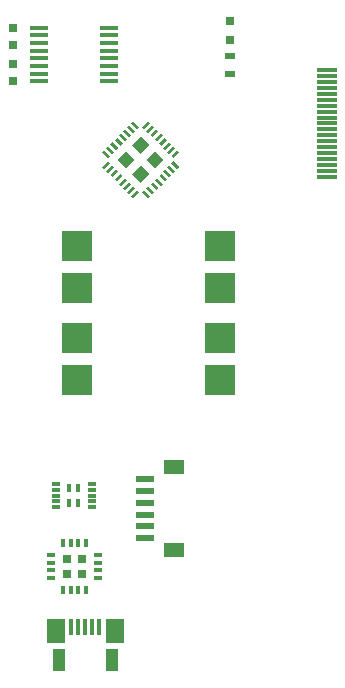
<source format=gtp>
G04 #@! TF.FileFunction,Paste,Top*
%FSLAX46Y46*%
G04 Gerber Fmt 4.6, Leading zero omitted, Abs format (unit mm)*
G04 Created by KiCad (PCBNEW 4.0.5+dfsg1-4) date Sat Dec 30 21:31:49 2017*
%MOMM*%
%LPD*%
G01*
G04 APERTURE LIST*
%ADD10C,0.100000*%
%ADD11R,0.750000X0.800000*%
%ADD12R,0.800000X0.800000*%
%ADD13R,1.000000X1.900000*%
%ADD14R,1.500000X2.100000*%
%ADD15R,0.450000X1.380000*%
%ADD16R,1.800000X0.300000*%
%ADD17R,0.900000X0.500000*%
%ADD18R,0.650000X0.300000*%
%ADD19R,0.465000X0.744000*%
%ADD20R,0.800000X0.350000*%
%ADD21R,0.350000X0.800000*%
%ADD22R,0.750000X0.750000*%
%ADD23R,2.540000X2.540000*%
%ADD24R,1.550000X0.600000*%
%ADD25R,1.800000X1.200000*%
%ADD26R,1.500000X0.450000*%
G04 APERTURE END LIST*
D10*
D11*
X134874000Y-68211000D03*
X134874000Y-69711000D03*
X134874000Y-71259000D03*
X134874000Y-72759000D03*
D12*
X153289000Y-69253000D03*
X153289000Y-67653000D03*
D13*
X143256000Y-121793000D03*
X138756000Y-121793000D03*
D14*
X143506000Y-119293000D03*
X138506000Y-119293000D03*
D15*
X141006000Y-118943000D03*
X141606000Y-118943000D03*
X142206000Y-118943000D03*
X140406000Y-118943000D03*
X139806000Y-118943000D03*
D16*
X161464000Y-71831000D03*
X161464000Y-72331000D03*
X161464000Y-72831000D03*
X161464000Y-73331000D03*
X161464000Y-74331000D03*
X161464000Y-75331000D03*
X161464000Y-73831000D03*
X161464000Y-74831000D03*
X161464000Y-76831000D03*
X161464000Y-79331000D03*
X161464000Y-77831000D03*
X161464000Y-78331000D03*
X161464000Y-76331000D03*
X161464000Y-77331000D03*
X161464000Y-75831000D03*
X161464000Y-78831000D03*
X161464000Y-79831000D03*
X161464000Y-80331000D03*
X161464000Y-80831000D03*
D17*
X153289000Y-70612000D03*
X153289000Y-72112000D03*
D18*
X138505000Y-106839000D03*
X138505000Y-107339000D03*
X138505000Y-107839000D03*
X138505000Y-108339000D03*
X138505000Y-108839000D03*
X141605000Y-108839000D03*
X141605000Y-108339000D03*
X141605000Y-107839000D03*
X141605000Y-107339000D03*
X141605000Y-106839000D03*
D19*
X140442500Y-108459000D03*
X140442500Y-107219000D03*
X139667500Y-108459000D03*
X139667500Y-107219000D03*
D20*
X138113000Y-112858000D03*
X138113000Y-113508000D03*
X138113000Y-114158000D03*
X138113000Y-114808000D03*
D21*
X139138000Y-115833000D03*
X139788000Y-115833000D03*
X140438000Y-115833000D03*
X141088000Y-115833000D03*
D20*
X142113000Y-114808000D03*
X142113000Y-114158000D03*
X142113000Y-113508000D03*
X142113000Y-112858000D03*
D21*
X141088000Y-111833000D03*
X140438000Y-111833000D03*
X139788000Y-111833000D03*
X139138000Y-111833000D03*
D22*
X140738000Y-114458000D03*
X140738000Y-113208000D03*
X139488000Y-114458000D03*
X139488000Y-113208000D03*
D10*
G36*
X142623789Y-80183988D02*
X142447012Y-80007211D01*
X142941987Y-79512236D01*
X143118764Y-79689013D01*
X142623789Y-80183988D01*
X142623789Y-80183988D01*
G37*
G36*
X142977342Y-80537542D02*
X142800565Y-80360765D01*
X143295540Y-79865790D01*
X143472317Y-80042567D01*
X142977342Y-80537542D01*
X142977342Y-80537542D01*
G37*
G36*
X143330896Y-80891095D02*
X143154119Y-80714318D01*
X143649094Y-80219343D01*
X143825871Y-80396120D01*
X143330896Y-80891095D01*
X143330896Y-80891095D01*
G37*
G36*
X143684449Y-81244649D02*
X143507672Y-81067872D01*
X144002647Y-80572897D01*
X144179424Y-80749674D01*
X143684449Y-81244649D01*
X143684449Y-81244649D01*
G37*
G36*
X144038002Y-81598202D02*
X143861225Y-81421425D01*
X144356200Y-80926450D01*
X144532977Y-81103227D01*
X144038002Y-81598202D01*
X144038002Y-81598202D01*
G37*
G36*
X144391556Y-81951755D02*
X144214779Y-81774978D01*
X144709754Y-81280003D01*
X144886531Y-81456780D01*
X144391556Y-81951755D01*
X144391556Y-81951755D01*
G37*
G36*
X144745109Y-82305309D02*
X144568332Y-82128532D01*
X145063307Y-81633557D01*
X145240084Y-81810334D01*
X144745109Y-82305309D01*
X144745109Y-82305309D01*
G37*
G36*
X145098663Y-82658862D02*
X144921886Y-82482085D01*
X145416861Y-81987110D01*
X145593638Y-82163887D01*
X145098663Y-82658862D01*
X145098663Y-82658862D01*
G37*
G36*
X146512876Y-82482085D02*
X146336099Y-82658862D01*
X145841124Y-82163887D01*
X146017901Y-81987110D01*
X146512876Y-82482085D01*
X146512876Y-82482085D01*
G37*
G36*
X146866430Y-82128532D02*
X146689653Y-82305309D01*
X146194678Y-81810334D01*
X146371455Y-81633557D01*
X146866430Y-82128532D01*
X146866430Y-82128532D01*
G37*
G36*
X147219983Y-81774978D02*
X147043206Y-81951755D01*
X146548231Y-81456780D01*
X146725008Y-81280003D01*
X147219983Y-81774978D01*
X147219983Y-81774978D01*
G37*
G36*
X147573537Y-81421425D02*
X147396760Y-81598202D01*
X146901785Y-81103227D01*
X147078562Y-80926450D01*
X147573537Y-81421425D01*
X147573537Y-81421425D01*
G37*
G36*
X147927090Y-81067872D02*
X147750313Y-81244649D01*
X147255338Y-80749674D01*
X147432115Y-80572897D01*
X147927090Y-81067872D01*
X147927090Y-81067872D01*
G37*
G36*
X148280643Y-80714318D02*
X148103866Y-80891095D01*
X147608891Y-80396120D01*
X147785668Y-80219343D01*
X148280643Y-80714318D01*
X148280643Y-80714318D01*
G37*
G36*
X148634197Y-80360765D02*
X148457420Y-80537542D01*
X147962445Y-80042567D01*
X148139222Y-79865790D01*
X148634197Y-80360765D01*
X148634197Y-80360765D01*
G37*
G36*
X148987750Y-80007211D02*
X148810973Y-80183988D01*
X148315998Y-79689013D01*
X148492775Y-79512236D01*
X148987750Y-80007211D01*
X148987750Y-80007211D01*
G37*
G36*
X148492775Y-79264750D02*
X148315998Y-79087973D01*
X148810973Y-78592998D01*
X148987750Y-78769775D01*
X148492775Y-79264750D01*
X148492775Y-79264750D01*
G37*
G36*
X148139222Y-78911196D02*
X147962445Y-78734419D01*
X148457420Y-78239444D01*
X148634197Y-78416221D01*
X148139222Y-78911196D01*
X148139222Y-78911196D01*
G37*
G36*
X147785668Y-78557643D02*
X147608891Y-78380866D01*
X148103866Y-77885891D01*
X148280643Y-78062668D01*
X147785668Y-78557643D01*
X147785668Y-78557643D01*
G37*
G36*
X147432115Y-78204089D02*
X147255338Y-78027312D01*
X147750313Y-77532337D01*
X147927090Y-77709114D01*
X147432115Y-78204089D01*
X147432115Y-78204089D01*
G37*
G36*
X147078562Y-77850536D02*
X146901785Y-77673759D01*
X147396760Y-77178784D01*
X147573537Y-77355561D01*
X147078562Y-77850536D01*
X147078562Y-77850536D01*
G37*
G36*
X146725008Y-77496983D02*
X146548231Y-77320206D01*
X147043206Y-76825231D01*
X147219983Y-77002008D01*
X146725008Y-77496983D01*
X146725008Y-77496983D01*
G37*
G36*
X146371455Y-77143429D02*
X146194678Y-76966652D01*
X146689653Y-76471677D01*
X146866430Y-76648454D01*
X146371455Y-77143429D01*
X146371455Y-77143429D01*
G37*
G36*
X146017901Y-76789876D02*
X145841124Y-76613099D01*
X146336099Y-76118124D01*
X146512876Y-76294901D01*
X146017901Y-76789876D01*
X146017901Y-76789876D01*
G37*
G36*
X145593638Y-76613099D02*
X145416861Y-76789876D01*
X144921886Y-76294901D01*
X145098663Y-76118124D01*
X145593638Y-76613099D01*
X145593638Y-76613099D01*
G37*
G36*
X145240084Y-76966652D02*
X145063307Y-77143429D01*
X144568332Y-76648454D01*
X144745109Y-76471677D01*
X145240084Y-76966652D01*
X145240084Y-76966652D01*
G37*
G36*
X144886531Y-77320206D02*
X144709754Y-77496983D01*
X144214779Y-77002008D01*
X144391556Y-76825231D01*
X144886531Y-77320206D01*
X144886531Y-77320206D01*
G37*
G36*
X144532977Y-77673759D02*
X144356200Y-77850536D01*
X143861225Y-77355561D01*
X144038002Y-77178784D01*
X144532977Y-77673759D01*
X144532977Y-77673759D01*
G37*
G36*
X144179424Y-78027312D02*
X144002647Y-78204089D01*
X143507672Y-77709114D01*
X143684449Y-77532337D01*
X144179424Y-78027312D01*
X144179424Y-78027312D01*
G37*
G36*
X143825871Y-78380866D02*
X143649094Y-78557643D01*
X143154119Y-78062668D01*
X143330896Y-77885891D01*
X143825871Y-78380866D01*
X143825871Y-78380866D01*
G37*
G36*
X143472317Y-78734419D02*
X143295540Y-78911196D01*
X142800565Y-78416221D01*
X142977342Y-78239444D01*
X143472317Y-78734419D01*
X143472317Y-78734419D01*
G37*
G36*
X143118764Y-79087973D02*
X142941987Y-79264750D01*
X142447012Y-78769775D01*
X142623789Y-78592998D01*
X143118764Y-79087973D01*
X143118764Y-79087973D01*
G37*
G36*
X146937140Y-80120349D02*
X146205284Y-79388493D01*
X146937140Y-78656637D01*
X147668996Y-79388493D01*
X146937140Y-80120349D01*
X146937140Y-80120349D01*
G37*
G36*
X145717381Y-78900590D02*
X144985525Y-78168734D01*
X145717381Y-77436878D01*
X146449237Y-78168734D01*
X145717381Y-78900590D01*
X145717381Y-78900590D01*
G37*
G36*
X145717381Y-81340108D02*
X144985525Y-80608252D01*
X145717381Y-79876396D01*
X146449237Y-80608252D01*
X145717381Y-81340108D01*
X145717381Y-81340108D01*
G37*
G36*
X144497622Y-80120349D02*
X143765766Y-79388493D01*
X144497622Y-78656637D01*
X145229478Y-79388493D01*
X144497622Y-80120349D01*
X144497622Y-80120349D01*
G37*
D23*
X140335000Y-94488000D03*
X140335000Y-98044000D03*
X152400000Y-94488000D03*
X152400000Y-98044000D03*
X140335000Y-86741000D03*
X140335000Y-90297000D03*
X152400000Y-86741000D03*
X152400000Y-90297000D03*
D24*
X146050000Y-106442000D03*
X146050000Y-107442000D03*
X146050000Y-108442000D03*
X146050000Y-109442000D03*
X146050000Y-110442000D03*
X146050000Y-111442000D03*
D25*
X148550000Y-105442000D03*
X148550000Y-112442000D03*
D26*
X137131000Y-68210000D03*
X137131000Y-68860000D03*
X137131000Y-69510000D03*
X137131000Y-70160000D03*
X137131000Y-70810000D03*
X137131000Y-71460000D03*
X137131000Y-72110000D03*
X137131000Y-72760000D03*
X143031000Y-72760000D03*
X143031000Y-72110000D03*
X143031000Y-71460000D03*
X143031000Y-70810000D03*
X143031000Y-70160000D03*
X143031000Y-69510000D03*
X143031000Y-68860000D03*
X143031000Y-68210000D03*
M02*

</source>
